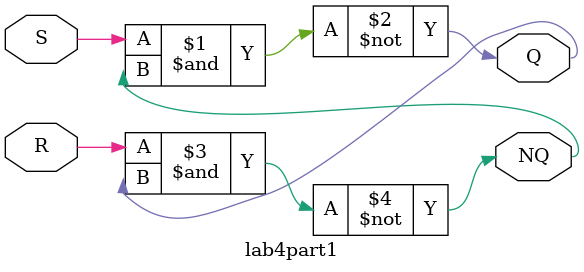
<source format=v>
module lab4part1 (R,S,Q, NQ);
	input R, S;
	output Q, NQ;
	assign Q = ~( S & NQ); // S (SET) is active low
	assign NQ = ~(R & Q); // R (RESET) is active low
endmodule 
</source>
